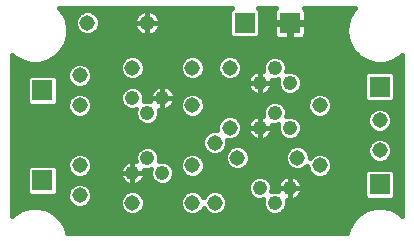
<source format=gtl>
G04 Output by ViewMate Deluxe V11.0.9  PentaLogix LLC*
G04 Sun May 11 19:10:48 2014*
%FSLAX33Y33*%
%MOMM*%
%IPPOS*%
%ADD10C,1.3081*%
%ADD11R,1.8009X1.8009*%
%ADD12C,1.209*%
%ADD13C,0.4064*%

%LPD*%
X0Y0D2*D13*G1X2055Y6101D2*X1524Y6101D1*X1524Y6906D2*X6317Y6906D1*X6751Y6505D2*X1524Y6505D1*X31333Y9322D2*X28390Y9322D1*X34544Y6101D2*X34013Y6101D1*X33919Y7310D2*X34544Y7310D1*X34544Y7711D2*X33945Y7711D1*X33945Y8115D2*X34544Y8115D1*X34544Y8517D2*X33945Y8517D1*X33945Y8920D2*X34544Y8920D1*X34544Y9322D2*X33945Y9322D1*X28598Y9726D2*X34544Y9726D1*X34544Y10127D2*X28618Y10127D1*X33259Y12141D2*X34544Y12141D1*X34544Y11737D2*X33589Y11737D1*X33698Y11336D2*X34544Y11336D1*X34544Y10932D2*X33650Y10932D1*X33409Y10531D2*X34544Y10531D1*X28484Y10531D2*X31869Y10531D1*X31628Y10932D2*X28054Y10932D1*X26444Y11336D2*X31580Y11336D1*X26675Y10932D2*X27064Y10932D1*X23033Y6101D2*X19454Y6101D1*X19688Y6505D2*X22784Y6505D1*X19977Y9726D2*X17803Y9726D1*X17823Y10127D2*X19632Y10127D1*X8298Y14958D2*X11001Y14958D1*X10734Y15362D2*X8265Y15362D1*X8044Y15763D2*X10673Y15763D1*X11057Y17374D2*X8288Y17374D1*X8298Y17777D2*X10732Y17777D1*X10625Y18179D2*X8151Y18179D1*X7663Y18583D2*X10676Y18583D1*X7409Y23010D2*X5766Y23010D1*X5999Y22609D2*X6955Y22609D1*X6815Y22205D2*X6137Y22205D1*X6246Y21803D2*X6830Y21803D1*X7031Y21400D2*X6248Y21400D1*X12057Y21400D2*X8717Y21400D1*X8918Y21803D2*X11869Y21803D1*X11852Y22205D2*X8933Y22205D1*X8793Y22609D2*X11989Y22609D1*X12380Y23010D2*X8339Y23010D1*X12954Y22055D2*X12954Y23167D1*X12954Y22055*X8090Y20998D2*X12614Y20998D1*X7663Y20996D2*X7275Y21156D1*X6975Y21455*X6815Y21844*X6815Y22266*X6975Y22657*X7275Y22954*X7663Y23117*X8085Y23117*X8473Y22954*X8773Y22657*X8933Y22266*X8933Y21844*X8773Y21455*X8473Y21156*X8085Y20996*X7663Y20996*X6233Y20998D2*X7658Y20998D1*X10925Y18984D2*X4849Y18984D1*X16005Y18984D2*X12443Y18984D1*X12692Y18583D2*X15756Y18583D1*X15705Y18179D2*X12743Y18179D1*X12636Y17777D2*X15812Y17777D1*X12283Y17346D2*X11895Y17186D1*X11473Y17186*X11085Y17346*X10785Y17645*X10625Y18034*X10625Y18456*X10785Y18847*X11085Y19144*X11473Y19307*X11895Y19307*X12283Y19144*X12583Y18847*X12743Y18456*X12743Y18034*X12583Y17645*X12283Y17346*X16137Y17374D2*X12311Y17374D1*X21496Y16568D2*X14841Y16568D1*X15179Y16167D2*X21788Y16167D1*X15959Y15763D2*X15286Y15763D1*X15227Y15362D2*X15738Y15362D1*X15705Y14958D2*X14978Y14958D1*X19553Y14153D2*X17320Y14153D1*X20236Y12141D2*X22200Y12141D1*X21620Y12543D2*X20815Y12543D1*X20996Y12946D2*X21440Y12946D1*X21433Y13348D2*X20998Y13348D1*X20843Y13752D2*X21593Y13752D1*X22085Y14153D2*X20325Y14153D1*X17699Y14557D2*X22738Y14557D1*X22873Y14958D2*X17823Y14958D1*X17790Y15362D2*X23345Y15362D1*X26754Y15763D2*X17569Y15763D1*X24153Y15362D2*X26533Y15362D1*X26500Y14958D2*X24625Y14958D1*X24760Y14557D2*X26624Y14557D1*X24765Y14153D2*X24727Y14153D1*X27003Y14153D2*X25273Y14153D1*X31638Y14153D2*X28115Y14153D1*X25862Y13752D2*X31580Y13752D1*X31679Y13348D2*X26030Y13348D1*X26022Y12946D2*X31994Y12946D1*X34544Y12543D2*X25827Y12543D1*X34544Y12946D2*X33284Y12946D1*X33599Y13348D2*X34544Y13348D1*X34544Y13752D2*X33698Y13752D1*X33640Y14153D2*X34544Y14153D1*X34544Y14557D2*X33383Y14557D1*X34059Y18984D2*X34544Y18984D1*X34544Y17777D2*X33894Y17777D1*X33945Y17374D2*X34544Y17374D1*X34544Y16972D2*X33945Y16972D1*X33945Y16568D2*X34544Y16568D1*X34544Y16167D2*X33945Y16167D1*X33945Y15763D2*X34544Y15763D1*X34544Y15362D2*X33716Y15362D1*X28618Y14958D2*X34544Y14958D1*X31895Y14557D2*X28494Y14557D1*X32040Y14699D2*X32428Y14862D1*X32850Y14862*X33238Y14699*X33538Y14402*X33698Y14011*X33698Y13589*X33538Y13200*X33238Y12901*X32850Y12741*X32428Y12741*X32040Y12901*X31740Y13200*X31580Y13589*X31580Y14011*X31740Y14402*X32040Y14699*X28585Y15362D2*X31562Y15362D1*X28458Y15672D2*X28618Y15281D1*X28618Y14859*X28458Y14470*X28158Y14171*X27770Y14011*X27348Y14011*X26960Y14171*X26660Y14470*X26500Y14859*X26500Y15281*X26660Y15672*X26960Y15969*X27348Y16132*X27770Y16132*X28158Y15969*X28458Y15672*X31333Y15763D2*X28364Y15763D1*X25639Y16167D2*X31333Y16167D1*X31333Y16568D2*X25944Y16568D1*X26030Y16972D2*X31333Y16972D1*X31333Y17374D2*X25949Y17374D1*X31333Y17727D2*X31333Y15591D1*X31570Y15352*X33708Y15352*X33945Y15591*X33945Y17727*X33708Y17965*X31570Y17965*X31333Y17727*X25646Y17777D2*X31384Y17777D1*X20698Y18984D2*X23058Y18984D1*X22794Y18583D2*X20947Y18583D1*X20998Y18179D2*X22738Y18179D1*X17391Y17374D2*X19312Y17374D1*X18986Y17777D2*X17716Y17777D1*X17823Y18179D2*X18880Y18179D1*X18931Y18583D2*X17772Y18583D1*X17523Y18984D2*X19180Y18984D1*X17663Y18847D2*X17823Y18456D1*X17823Y18034*X17663Y17645*X17363Y17346*X16975Y17186*X16553Y17186*X16165Y17346*X15865Y17645*X15705Y18034*X15705Y18456*X15865Y18847*X16165Y19144*X16553Y19307*X16975Y19307*X17363Y19144*X17663Y18847*X13294Y20998D2*X19903Y20998D1*X19903Y21400D2*X13851Y21400D1*X14039Y21803D2*X19903Y21803D1*X19903Y22205D2*X14056Y22205D1*X13919Y22609D2*X19903Y22609D1*X13536Y23005D2*X13678Y22903D1*X13802Y22779*X13904Y22639*X13983Y22482*X14039Y22316*X14064Y22144*X14064Y22055*X12954Y22055*X11844Y22055*X12954Y22055*X12954Y20945*X12954Y22055*X14064Y22055*X14064Y21968*X14039Y21796*X13983Y21628*X13904Y21473*X13802Y21331*X13678Y21209*X13536Y21105*X13381Y21026*X13213Y20973*X13040Y20945*X12954Y20945*X12868Y20945*X12695Y20973*X12527Y21026*X12372Y21105*X12230Y21209*X12106Y21331*X12004Y21473*X11925Y21628*X11869Y21796*X11844Y21968*X11844Y22055*X11844Y22144*X11869Y22316*X11925Y22482*X12004Y22639*X12106Y22779*X12230Y22903*X12372Y23005*X12527Y23086*X12695Y23139*X12868Y23167*X12954Y23167*X13040Y23167*X13213Y23139*X13381Y23086*X13536Y23005*X19903Y23010D2*X13528Y23010D1*X22515Y23010D2*X23663Y23010D1*X23663Y22609D2*X22515Y22609D1*X22515Y22205D2*X23663Y22205D1*X23663Y21803D2*X22515Y21803D1*X22515Y21400D2*X23663Y21400D1*X23688Y20998D2*X22515Y20998D1*X25116Y20998D2*X24922Y20998D1*X24922Y21400D2*X25116Y21400D1*X25116Y21803D2*X24922Y21803D1*X26375Y23010D2*X30302Y23010D1*X30069Y22609D2*X26375Y22609D1*X26375Y22205D2*X29931Y22205D1*X29822Y21803D2*X26375Y21803D1*X26375Y21400D2*X29820Y21400D1*X29835Y20998D2*X26350Y20998D1*X6126Y20594D2*X29942Y20594D1*X30094Y20193D2*X5974Y20193D1*X5743Y19789D2*X30325Y19789D1*X30686Y19388D2*X5382Y19388D1*X24440Y18984D2*X31219Y18984D1*X34544Y18583D2*X24704Y18583D1*X24760Y18179D2*X34544Y18179D1*X23541Y16972D2*X24008Y16972D1*X24094Y16568D2*X23462Y16568D1*X23170Y16167D2*X24399Y16167D1*X20892Y17777D2*X21780Y17777D1*X20538Y17346D2*X20150Y17186D1*X19728Y17186*X19340Y17346*X19040Y17645*X18880Y18034*X18880Y18456*X19040Y18847*X19340Y19144*X19728Y19307*X20150Y19307*X20538Y19144*X20838Y18847*X20998Y18456*X20998Y18034*X20838Y17645*X20538Y17346*X21493Y17374D2*X20566Y17374D1*X21417Y16975D2*X21417Y17059D1*X21443Y17224*X21496Y17384*X21572Y17531*X21669Y17668*X21788Y17785*X21923Y17884*X22073Y17960*X22230Y18011*X22395Y18037*X22479Y18037*X22479Y16975*X22479Y18037*X22563Y18037*X22728Y18011*X22756Y18001*X22738Y18044*X22738Y18445*X22893Y18819*X23178Y19103*X23548Y19256*X23950Y19256*X24320Y19103*X24605Y18819*X24760Y18445*X24760Y18044*X24717Y17945*X24818Y17986*X25220Y17986*X25590Y17833*X25875Y17549*X26030Y17175*X26030Y16774*X25875Y16403*X25590Y16119*X25220Y15966*X24818Y15966*X24448Y16119*X24163Y16403*X24008Y16774*X24008Y17175*X24051Y17277*X23950Y17236*X23548Y17236*X23505Y17254*X23515Y17224*X23541Y17059*X23541Y16975*X22479Y16975*X21417Y16975*X22479Y16975*X22479Y15916*X22479Y16975*X23541Y16975*X23541Y16891*X23515Y16726*X23462Y16568*X23386Y16419*X23289Y16284*X23170Y16167*X23035Y16068*X22885Y15992*X22728Y15941*X22563Y15916*X22479Y15916*X22395Y15916*X22230Y15941*X22073Y15992*X21923Y16068*X21788Y16167*X21669Y16284*X21572Y16419*X21496Y16568*X21443Y16726*X21417Y16891*X21417Y16975*X8100Y16972D2*X21417Y16972D1*X6982Y16568D2*X5370Y16568D1*X11128Y16568D2*X7496Y16568D1*X5370Y16167D2*X10782Y16167D1*X2758Y15362D2*X1524Y15362D1*X1524Y15763D2*X2758Y15763D1*X2758Y16167D2*X1524Y16167D1*X1524Y16568D2*X2758Y16568D1*X2758Y16972D2*X1524Y16972D1*X1524Y17374D2*X2758Y17374D1*X1524Y18984D2*X2009Y18984D1*X6815Y18583D2*X1524Y18583D1*X1524Y18179D2*X6327Y18179D1*X6180Y17777D2*X1524Y17777D1*X5370Y17374D2*X6190Y17374D1*X6378Y16972D2*X5370Y16972D1*X6640Y16711D2*X6340Y17010D1*X6180Y17399*X6180Y17821*X6340Y18212*X6640Y18509*X7028Y18672*X7450Y18672*X7838Y18509*X8138Y18212*X8298Y17821*X8298Y17399*X8138Y17010*X7838Y16711*X7450Y16551*X7028Y16551*X6640Y16711*X5370Y15763D2*X6434Y15763D1*X5370Y15273D2*X5370Y17409D1*X5133Y17648*X2995Y17648*X2758Y17409*X2758Y15273*X2995Y15034*X5133Y15034*X5370Y15273*X6213Y15362D2*X5370Y15362D1*X1524Y14958D2*X6180Y14958D1*X6304Y14557D2*X1524Y14557D1*X1524Y14153D2*X6683Y14153D1*X12210Y13752D2*X1524Y13752D1*X7795Y14153D2*X11976Y14153D1*X8138Y14470D2*X7838Y14171D1*X7450Y14011*X7028Y14011*X6640Y14171*X6340Y14470*X6180Y14859*X6180Y15281*X6340Y15672*X6640Y15969*X7028Y16132*X7450Y16132*X7838Y15969*X8138Y15672*X8298Y15281*X8298Y14859*X8138Y14470*X11943Y14557D2*X8174Y14557D1*X13162Y15763D2*X12695Y15763D1*X12586Y16167D2*X13269Y16167D1*X13607Y16568D2*X12240Y16568D1*X14224Y15705D2*X14224Y16767D1*X14308Y16767*X14473Y16741*X14630Y16690*X14780Y16614*X14915Y16515*X15034Y16398*X15131Y16261*X15207Y16114*X15260Y15954*X15286Y15789*X15286Y15705*X14224Y15705*X14224Y16767*X14140Y16767*X13975Y16741*X13818Y16690*X13668Y16614*X13533Y16515*X13414Y16398*X13317Y16261*X13241Y16114*X13188Y15954*X13162Y15789*X13162Y15705*X14224Y15705*X15829Y14557D2*X13965Y14557D1*X16165Y14171D2*X15865Y14470D1*X15705Y14859*X15705Y15281*X15865Y15672*X16165Y15969*X16553Y16132*X16975Y16132*X17363Y15969*X17663Y15672*X17823Y15281*X17823Y14859*X17663Y14470*X17363Y14171*X16975Y14011*X16553Y14011*X16165Y14171*X13932Y14153D2*X16208Y14153D1*X13810Y13863D2*X13526Y13579D1*X13155Y13426*X12753Y13426*X12382Y13579*X12098Y13863*X11943Y14234*X11943Y14635*X11986Y14737*X11885Y14696*X11483Y14696*X11112Y14849*X10828Y15133*X10673Y15504*X10673Y15905*X10828Y16279*X11112Y16563*X11483Y16716*X11885Y16716*X12256Y16563*X12540Y16279*X12695Y15905*X12695Y15504*X12652Y15405*X12753Y15446*X13155Y15446*X13198Y15428*X13188Y15456*X13162Y15621*X13162Y15705*X14224Y15705*X14224Y14646*X14224Y15705*X15286Y15705*X15286Y15621*X15260Y15456*X15207Y15298*X15131Y15149*X15034Y15014*X14915Y14897*X14780Y14798*X14630Y14722*X14473Y14671*X14308Y14646*X14224Y14646*X14140Y14646*X13975Y14671*X13947Y14681*X13965Y14635*X13965Y14234*X13810Y13863*X19035Y13752D2*X13698Y13752D1*X1524Y13348D2*X18880Y13348D1*X18433Y12946D2*X1524Y12946D1*X1524Y12543D2*X17818Y12543D1*X17623Y12141D2*X1524Y12141D1*X1524Y11737D2*X17610Y11737D1*X12235Y11336D2*X1524Y11336D1*X12746Y9322D2*X13213Y9322D1*X13310Y8920D2*X12654Y8920D1*X12337Y8517D2*X13632Y8517D1*X16162Y7711D2*X12286Y7711D1*X12626Y7310D2*X15822Y7310D1*X15705Y6906D2*X12743Y6906D1*X12703Y6505D2*X15745Y6505D1*X15979Y6101D2*X12469Y6101D1*X17884Y6101D2*X17549Y6101D1*X17706Y7310D2*X17727Y7310D1*X18067Y7711D2*X17366Y7711D1*X21539Y7711D2*X19271Y7711D1*X19611Y7310D2*X21826Y7310D1*X19728Y7026D2*X19568Y7417D1*X19268Y7714*X18880Y7877*X18458Y7877*X18070Y7714*X17770Y7417*X17716Y7287*X17663Y7417*X17363Y7714*X16975Y7877*X16553Y7877*X16165Y7714*X15865Y7417*X15705Y7026*X15705Y6604*X15865Y6215*X16165Y5916*X16553Y5756*X16975Y5756*X17363Y5916*X17663Y6215*X17716Y6345*X17770Y6215*X18070Y5916*X18458Y5756*X18880Y5756*X19268Y5916*X19568Y6215*X19728Y6604*X19728Y7026*X22738Y6906D2*X19728Y6906D1*X23957Y8115D2*X23490Y8115D1*X23393Y8517D2*X24049Y8517D1*X24361Y8920D2*X23073Y8920D1*X34544Y6906D2*X24760Y6906D1*X24714Y6505D2*X34544Y6505D1*X31265Y6101D2*X24465Y6101D1*X31333Y7336D2*X31333Y9472D1*X31570Y9710*X33708Y9710*X33945Y9472*X33945Y7336*X33708Y7097*X31570Y7097*X31333Y7336*X25743Y7310D2*X31359Y7310D1*X31333Y7711D2*X26015Y7711D1*X26081Y8115D2*X31333Y8115D1*X31333Y8517D2*X25989Y8517D1*X25677Y8920D2*X31333Y8920D1*X25710Y8895D2*X25829Y8778D1*X25926Y8641*X26002Y8494*X26055Y8334*X26081Y8169*X26081Y8085*X25019Y8085*X25019Y9147*X24935Y9147*X24770Y9121*X24613Y9070*X24463Y8994*X24328Y8895*X24209Y8778*X24112Y8641*X24036Y8494*X23983Y8334*X23957Y8169*X23957Y8085*X25019Y8085*X25019Y9147*X25103Y9147*X25268Y9121*X25425Y9070*X25575Y8994*X25710Y8895*X26520Y9726D2*X26251Y9726D1*X17595Y9322D2*X26728Y9322D1*X15235Y9322D2*X15933Y9322D1*X15725Y9726D2*X15164Y9726D1*X14882Y10127D2*X15705Y10127D1*X15839Y10531D2*X13965Y10531D1*X13919Y10932D2*X16269Y10932D1*X17752Y11336D2*X13673Y11336D1*X17259Y10932D2*X18222Y10932D1*X17663Y10592D2*X17823Y10201D1*X17823Y9779*X17663Y9390*X17363Y9091*X16975Y8931*X16553Y8931*X16165Y9091*X15865Y9390*X15705Y9779*X15705Y10201*X15865Y10592*X16165Y10889*X16553Y11052*X16975Y11052*X17363Y10889*X17663Y10592*X19515Y10531D2*X17689Y10531D1*X19553Y10932D2*X19116Y10932D1*X19784Y11336D2*X19586Y11336D1*X19728Y11684D2*X19568Y11295D1*X19268Y10996*X18880Y10836*X18458Y10836*X18070Y10996*X17770Y11295*X17610Y11684*X17610Y12106*X17770Y12497*X18070Y12794*X18458Y12957*X18880Y12957*X18880Y13376*X19040Y13767*X19340Y14064*X19728Y14227*X20150Y14227*X20538Y14064*X20838Y13767*X20998Y13376*X20998Y12954*X20838Y12565*X20538Y12266*X20150Y12106*X19728Y12106*X19728Y11684*X31689Y11737D2*X19728Y11737D1*X32040Y12159D2*X32428Y12322D1*X32850Y12322*X33238Y12159*X33538Y11862*X33698Y11471*X33698Y11049*X33538Y10660*X33238Y10361*X32850Y10201*X32428Y10201*X32040Y10361*X31740Y10660*X31580Y11049*X31580Y11471*X31740Y11862*X32040Y12159*X22758Y12141D2*X32019Y12141D1*X22479Y13165D2*X21417Y13165D1*X21417Y13249*X21443Y13414*X21496Y13574*X21572Y13721*X21669Y13858*X21788Y13975*X21923Y14074*X22073Y14150*X22230Y14201*X22395Y14227*X22479Y14227*X22479Y13165*X24008Y13348D2*X23525Y13348D1*X23518Y12946D2*X24016Y12946D1*X24211Y12543D2*X23338Y12543D1*X24818Y12156D2*X24448Y12309D1*X24163Y12593*X24008Y12964*X24008Y13365*X24051Y13467*X23950Y13426*X23548Y13426*X23505Y13444*X23515Y13414*X23541Y13249*X23541Y13165*X22479Y13165*X21417Y13165*X21417Y13081*X21443Y12916*X21496Y12758*X21572Y12609*X21669Y12474*X21788Y12357*X21923Y12258*X22073Y12182*X22230Y12131*X22395Y12106*X22479Y12106*X22479Y13165*X23541Y13165*X23541Y13081*X23515Y12916*X23462Y12758*X23386Y12609*X23289Y12474*X23170Y12357*X23035Y12258*X22885Y12182*X22728Y12131*X22563Y12106*X22479Y12106*X22479Y13165*X22479Y14227*X22563Y14227*X22728Y14201*X22756Y14191*X22738Y14234*X22738Y14635*X22893Y15009*X23178Y15293*X23548Y15446*X23950Y15446*X24320Y15293*X24605Y15009*X24760Y14635*X24760Y14234*X24717Y14135*X24818Y14176*X25220Y14176*X25590Y14023*X25875Y13739*X26030Y13365*X26030Y12964*X25875Y12593*X25590Y12309*X25220Y12156*X24818Y12156*X21364Y11336D2*X24864Y11336D1*X24633Y10932D2*X21595Y10932D1*X21633Y10531D2*X24595Y10531D1*X24712Y10127D2*X21516Y10127D1*X25055Y9726D2*X24755Y10025D1*X24595Y10414*X24595Y10836*X24755Y11227*X25055Y11524*X25443Y11687*X25865Y11687*X26253Y11524*X26553Y11227*X26713Y10836*X26713Y10645*X26960Y10889*X27348Y11052*X27770Y11052*X28158Y10889*X28458Y10592*X28618Y10201*X28618Y9779*X28458Y9390*X28158Y9091*X27770Y8931*X27348Y8931*X26960Y9091*X26660Y9390*X26500Y9779*X26500Y9970*X26253Y9726*X25865Y9566*X25443Y9566*X25055Y9726*X21171Y9726D2*X25057Y9726D1*X21173Y9726D2*X21473Y10025D1*X21633Y10414*X21633Y10836*X21473Y11227*X21173Y11524*X20785Y11687*X20363Y11687*X19975Y11524*X19675Y11227*X19515Y10836*X19515Y10414*X19675Y10025*X19975Y9726*X20363Y9566*X20785Y9566*X21173Y9726*X15138Y8920D2*X21885Y8920D1*X21565Y8517D2*X14816Y8517D1*X21468Y8285D2*X21623Y8659D1*X21908Y8943*X22278Y9096*X22680Y9096*X23050Y8943*X23335Y8659*X23490Y8285*X23490Y7884*X23447Y7785*X23548Y7826*X23950Y7826*X23993Y7808*X23983Y7836*X23957Y8001*X23957Y8085*X25019Y8085*X25019Y7026*X25019Y8085*X26081Y8085*X26081Y8001*X26055Y7836*X26002Y7678*X25926Y7529*X25829Y7394*X25710Y7277*X25575Y7178*X25425Y7102*X25268Y7051*X25103Y7026*X25019Y7026*X24935Y7026*X24770Y7051*X24742Y7061*X24760Y7015*X24760Y6614*X24605Y6243*X24320Y5959*X23950Y5806*X23548Y5806*X23178Y5959*X22893Y6243*X22738Y6614*X22738Y7015*X22781Y7117*X22680Y7076*X22278Y7076*X21908Y7229*X21623Y7513*X21468Y7884*X21468Y8285*X8075Y8115D2*X21468Y8115D1*X5370Y9726D2*X6200Y9726D1*X6408Y9322D2*X5370Y9322D1*X5370Y8115D2*X6403Y8115D1*X6200Y7711D2*X5370Y7711D1*X1524Y7310D2*X6180Y7310D1*X2758Y7711D2*X1524Y7711D1*X1524Y8115D2*X2758Y8115D1*X2758Y8517D2*X1524Y8517D1*X1524Y8920D2*X2758Y8920D1*X2758Y9322D2*X1524Y9322D1*X2758Y9789D2*X2995Y10028D1*X5133Y10028*X5370Y9789*X5370Y7653*X5133Y7414*X2995Y7414*X2758Y7653*X2758Y9789*X1524Y9726D2*X2758Y9726D1*X6180Y10127D2*X1524Y10127D1*X1524Y10531D2*X6314Y10531D1*X6744Y10932D2*X1524Y10932D1*X11989Y10932D2*X7734Y10932D1*X8164Y10531D2*X11943Y10531D1*X10955Y10127D2*X8298Y10127D1*X10701Y9764D2*X10777Y9911D1*X10874Y10048*X10993Y10165*X11128Y10264*X11278Y10340*X11435Y10391*X11600Y10417*X11684Y10417*X11684Y9355*X11684Y10417*X11768Y10417*X11933Y10391*X11961Y10381*X11943Y10424*X11943Y10825*X12098Y11199*X12382Y11483*X12753Y11636*X13155Y11636*X13526Y11483*X13810Y11199*X13965Y10825*X13965Y10424*X13922Y10325*X14023Y10366*X14425Y10366*X14796Y10213*X15080Y9929*X15235Y9555*X15235Y9154*X15080Y8783*X14796Y8499*X14425Y8346*X14023Y8346*X13652Y8499*X13368Y8783*X13213Y9154*X13213Y9555*X13256Y9657*X13155Y9616*X12753Y9616*X12710Y9634*X12720Y9604*X12746Y9439*X12746Y9355*X11684Y9355*X10622Y9355*X10622Y9439*X10648Y9604*X10701Y9764*X8278Y9726D2*X10688Y9726D1*X8138Y9390D2*X7838Y9091D1*X7450Y8931*X7028Y8931*X6640Y9091*X6340Y9390*X6180Y9779*X6180Y10201*X6340Y10592*X6640Y10889*X7028Y11052*X7450Y11052*X7838Y10889*X8138Y10592*X8298Y10201*X8298Y9779*X8138Y9390*X10622Y9322D2*X8070Y9322D1*X5370Y8920D2*X10714Y8920D1*X11031Y8517D2*X5370Y8517D1*X11278Y8372D2*X11435Y8321D1*X11600Y8296*X11684Y8296*X11684Y9355*X12746Y9355*X12746Y9271*X12720Y9106*X12667Y8948*X12591Y8799*X12494Y8664*X12375Y8547*X12240Y8448*X12090Y8372*X11933Y8321*X11768Y8296*X11684Y8296*X11684Y9355*X10622Y9355*X10622Y9271*X10648Y9106*X10701Y8948*X10777Y8799*X10874Y8664*X10993Y8547*X11128Y8448*X11278Y8372*X8278Y7711D2*X11082Y7711D1*X10742Y7310D2*X8298Y7310D1*X8161Y6906D2*X10625Y6906D1*X7838Y6551D2*X7450Y6391D1*X7028Y6391*X6640Y6551*X6340Y6850*X6180Y7239*X6180Y7661*X6340Y8052*X6640Y8349*X7028Y8512*X7450Y8512*X7838Y8349*X8138Y8052*X8298Y7661*X8298Y7239*X8138Y6850*X7838Y6551*X10665Y6505D2*X7727Y6505D1*X10785Y6215D2*X10625Y6604D1*X10625Y7026*X10785Y7417*X11085Y7714*X11473Y7877*X11895Y7877*X12283Y7714*X12583Y7417*X12743Y7026*X12743Y6604*X12583Y6215*X12283Y5916*X11895Y5756*X11473Y5756*X11085Y5916*X10785Y6215*X4803Y6101D2*X10899Y6101D1*X30711Y5700D2*X5357Y5700D1*X5728Y5296D2*X30340Y5296D1*X29949Y4491D2*X6119Y4491D1*X5961Y4895D2*X30107Y4895D1*X6055Y4729D2*X5685Y5372D1*X5161Y5895*X4516Y6269*X3800Y6459*X3058Y6459*X2342Y6269*X1697Y5895*X1524Y5723*X1524Y19340*X1697Y19164*X2342Y18793*X3058Y18600*X3800Y18600*X4516Y18793*X5161Y19164*X5685Y19690*X6055Y20333*X6248Y21049*X6248Y21791*X6055Y22509*X5685Y23152*X5512Y23325*X20104Y23325*X19903Y23124*X19903Y20988*X20140Y20749*X22278Y20749*X22515Y20988*X22515Y23124*X22314Y23325*X23846Y23325*X23838Y23322*X23754Y23236*X23693Y23132*X23663Y23015*X23663Y22151*X24922Y22151*X24922Y21958*X23663Y21958*X23663Y21095*X23693Y20980*X23754Y20874*X23838Y20790*X23942Y20729*X24059Y20698*X24922Y20698*X24922Y21958*X25116Y21958*X26375Y21958*X26375Y21095*X26345Y20980*X26284Y20874*X26200Y20790*X26096Y20729*X25979Y20698*X25116Y20698*X25116Y21958*X25116Y22151*X26375Y22151*X26375Y23015*X26345Y23132*X26284Y23236*X26200Y23322*X26192Y23325*X30556Y23325*X30383Y23152*X30013Y22509*X29820Y21791*X29820Y21049*X30013Y20333*X30383Y19690*X30907Y19164*X31552Y18793*X32268Y18600*X33010Y18600*X33726Y18793*X34371Y19164*X34544Y19340*X34544Y5723*X34371Y5895*X33726Y6269*X33010Y6459*X32268Y6459*X31552Y6269*X30907Y5895*X30383Y5372*X30013Y4729*X29891Y4275*X6177Y4275*X6055Y4729*D10*X27559Y15070D3*X32639Y13800D3*X32639Y11260D3*X27559Y9990D3*X25654Y10625D3*X20574Y10625D3*X7239Y15070D3*X7239Y17610D3*X11684Y18245D3*X7874Y22055D3*X12954Y22055D3*X19939Y18245D3*X16764Y18245D3*X16764Y15070D3*X19939Y13165D3*X18669Y11895D3*X16764Y9990D3*X18669Y6815D3*X16764Y6815D3*X11684Y6815D3*X7239Y9990D3*X7239Y7450D3*D11*X32639Y8402D3*X4064Y8720D3*X4064Y16340D3*X21209Y22055D3*X25019Y22055D3*X32639Y16657D3*D12*X14224Y9355D3*X11684Y9355D3*X12954Y10625D3*X11684Y15705D3*X12954Y14435D3*X14224Y15705D3*X22479Y16975D3*X23749Y18245D3*X25019Y16975D3*X25019Y13165D3*X23749Y14435D3*X22479Y13165D3*X22479Y8085D3*X23749Y6815D3*X25019Y8085D3*D13*X12954Y23010D3*X12954Y22609D3*X12954Y22205D3*X12954Y22055D3*X12954Y21803D3*X12954Y21400D3*X12954Y20998D3*X22479Y13752D3*X22479Y14153D3*X12954Y22055D3*X12954Y22055D3*X12954Y22055D3*X22479Y16167D3*X22479Y16568D3*X22479Y16972D3*X22479Y16975D3*X22479Y17374D3*X22479Y17777D3*X22479Y16975D3*X22479Y16975D3*X22479Y16975D3*X14224Y16568D3*X14224Y16167D3*X14224Y15763D3*X14224Y15705D3*X14224Y15705D3*X14224Y15705D3*X14224Y15362D3*X14224Y14958D3*X14224Y15705D3*X11684Y8517D3*X11684Y8920D3*X11684Y10127D3*X11684Y9726D3*X11684Y9355D3*X11684Y9322D3*X25019Y8920D3*X25019Y8517D3*X25019Y8115D3*X25019Y8085D3*X25019Y7711D3*X25019Y7310D3*X25019Y8085D3*X25019Y8085D3*X22479Y12141D3*X22479Y12543D3*X22479Y12946D3*X22479Y13165D3*X22479Y13348D3*X22479Y13165D3*X22479Y13165D3*X22479Y13165D3*X25019Y8085D3*X11684Y9355D3*X11684Y9355D3*X11684Y9355D3*X0Y0D2*M02*
</source>
